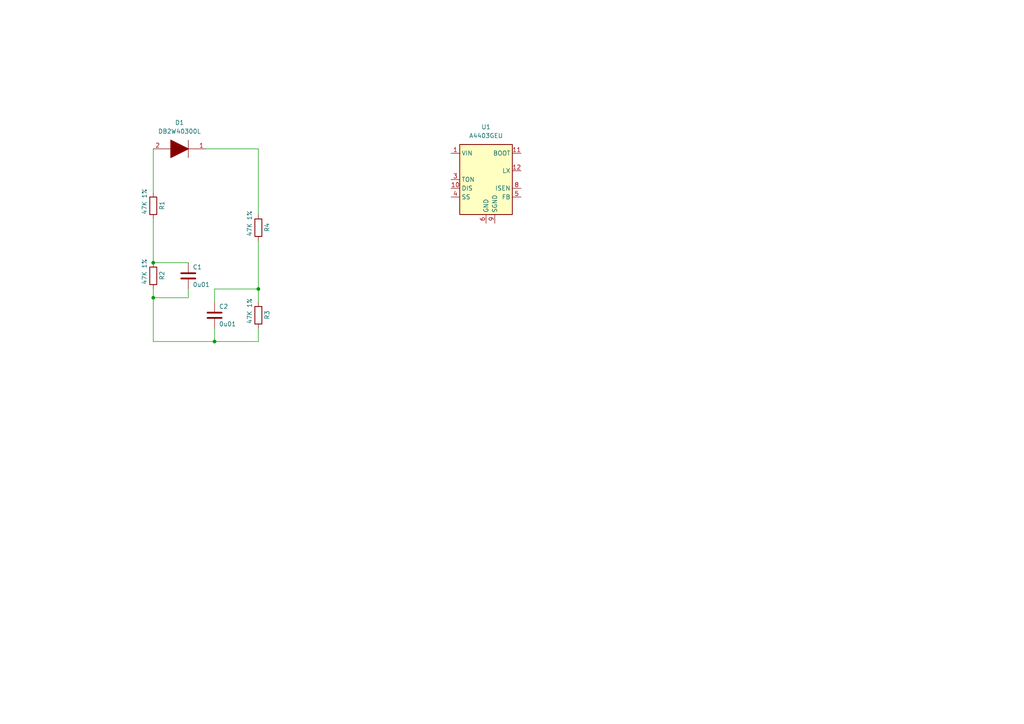
<source format=kicad_sch>
(kicad_sch
	(version 20231120)
	(generator "eeschema")
	(generator_version "8.0")
	(uuid "69f69f96-853b-4ffd-a5fa-451754955896")
	(paper "A4")
	(lib_symbols
		(symbol "DB2W40300L:DB2W40300L"
			(pin_names
				(offset 0.762)
			)
			(exclude_from_sim no)
			(in_bom yes)
			(on_board yes)
			(property "Reference" "D"
				(at 11.43 5.08 0)
				(effects
					(font
						(size 1.27 1.27)
					)
					(justify left)
				)
			)
			(property "Value" "DB2W40300L"
				(at 11.43 2.54 0)
				(effects
					(font
						(size 1.27 1.27)
					)
					(justify left)
				)
			)
			(property "Footprint" "SODFL3516X85N"
				(at 11.43 0 0)
				(effects
					(font
						(size 1.27 1.27)
					)
					(justify left)
					(hide yes)
				)
			)
			(property "Datasheet" "https://componentsearchengine.com/Datasheets/1/DB2W40300L.pdf"
				(at 11.43 -2.54 0)
				(effects
					(font
						(size 1.27 1.27)
					)
					(justify left)
					(hide yes)
				)
			)
			(property "Description" "Panasonic DB2W40300L, SMT Schottky Diode, 40V 3A, 15ns, 2-Pin Mini2-F3-AB"
				(at 0 0 0)
				(effects
					(font
						(size 1.27 1.27)
					)
					(hide yes)
				)
			)
			(property "Description_1" "Panasonic DB2W40300L, SMT Schottky Diode, 40V 3A, 15ns, 2-Pin Mini2-F3-AB"
				(at 11.43 -5.08 0)
				(effects
					(font
						(size 1.27 1.27)
					)
					(justify left)
					(hide yes)
				)
			)
			(property "Height" "0.85"
				(at 11.43 -7.62 0)
				(effects
					(font
						(size 1.27 1.27)
					)
					(justify left)
					(hide yes)
				)
			)
			(property "Mouser Part Number" "667-DB2W40300L"
				(at 11.43 -10.16 0)
				(effects
					(font
						(size 1.27 1.27)
					)
					(justify left)
					(hide yes)
				)
			)
			(property "Mouser Price/Stock" "https://www.mouser.com/Search/Refine.aspx?Keyword=667-DB2W40300L"
				(at 11.43 -12.7 0)
				(effects
					(font
						(size 1.27 1.27)
					)
					(justify left)
					(hide yes)
				)
			)
			(property "Manufacturer_Name" "Panasonic"
				(at 11.43 -15.24 0)
				(effects
					(font
						(size 1.27 1.27)
					)
					(justify left)
					(hide yes)
				)
			)
			(property "Manufacturer_Part_Number" "DB2W40300L"
				(at 11.43 -17.78 0)
				(effects
					(font
						(size 1.27 1.27)
					)
					(justify left)
					(hide yes)
				)
			)
			(symbol "DB2W40300L_0_0"
				(pin passive line
					(at 0 0 0)
					(length 2.54)
					(name "~"
						(effects
							(font
								(size 1.27 1.27)
							)
						)
					)
					(number "1"
						(effects
							(font
								(size 1.27 1.27)
							)
						)
					)
				)
				(pin passive line
					(at 15.24 0 180)
					(length 2.54)
					(name "~"
						(effects
							(font
								(size 1.27 1.27)
							)
						)
					)
					(number "2"
						(effects
							(font
								(size 1.27 1.27)
							)
						)
					)
				)
			)
			(symbol "DB2W40300L_0_1"
				(polyline
					(pts
						(xy 2.54 0) (xy 5.08 0)
					)
					(stroke
						(width 0.1524)
						(type solid)
					)
					(fill
						(type none)
					)
				)
				(polyline
					(pts
						(xy 5.08 2.54) (xy 5.08 -2.54)
					)
					(stroke
						(width 0.1524)
						(type solid)
					)
					(fill
						(type none)
					)
				)
				(polyline
					(pts
						(xy 10.16 0) (xy 12.7 0)
					)
					(stroke
						(width 0.1524)
						(type solid)
					)
					(fill
						(type none)
					)
				)
				(polyline
					(pts
						(xy 5.08 0) (xy 10.16 2.54) (xy 10.16 -2.54) (xy 5.08 0)
					)
					(stroke
						(width 0.254)
						(type solid)
					)
					(fill
						(type outline)
					)
				)
			)
		)
		(symbol "Device:C"
			(pin_numbers hide)
			(pin_names
				(offset 0.254)
			)
			(exclude_from_sim no)
			(in_bom yes)
			(on_board yes)
			(property "Reference" "C"
				(at 0.635 2.54 0)
				(effects
					(font
						(size 1.27 1.27)
					)
					(justify left)
				)
			)
			(property "Value" "C"
				(at 0.635 -2.54 0)
				(effects
					(font
						(size 1.27 1.27)
					)
					(justify left)
				)
			)
			(property "Footprint" ""
				(at 0.9652 -3.81 0)
				(effects
					(font
						(size 1.27 1.27)
					)
					(hide yes)
				)
			)
			(property "Datasheet" "~"
				(at 0 0 0)
				(effects
					(font
						(size 1.27 1.27)
					)
					(hide yes)
				)
			)
			(property "Description" "Unpolarized capacitor"
				(at 0 0 0)
				(effects
					(font
						(size 1.27 1.27)
					)
					(hide yes)
				)
			)
			(property "ki_keywords" "cap capacitor"
				(at 0 0 0)
				(effects
					(font
						(size 1.27 1.27)
					)
					(hide yes)
				)
			)
			(property "ki_fp_filters" "C_*"
				(at 0 0 0)
				(effects
					(font
						(size 1.27 1.27)
					)
					(hide yes)
				)
			)
			(symbol "C_0_1"
				(polyline
					(pts
						(xy -2.032 -0.762) (xy 2.032 -0.762)
					)
					(stroke
						(width 0.508)
						(type default)
					)
					(fill
						(type none)
					)
				)
				(polyline
					(pts
						(xy -2.032 0.762) (xy 2.032 0.762)
					)
					(stroke
						(width 0.508)
						(type default)
					)
					(fill
						(type none)
					)
				)
			)
			(symbol "C_1_1"
				(pin passive line
					(at 0 3.81 270)
					(length 2.794)
					(name "~"
						(effects
							(font
								(size 1.27 1.27)
							)
						)
					)
					(number "1"
						(effects
							(font
								(size 1.27 1.27)
							)
						)
					)
				)
				(pin passive line
					(at 0 -3.81 90)
					(length 2.794)
					(name "~"
						(effects
							(font
								(size 1.27 1.27)
							)
						)
					)
					(number "2"
						(effects
							(font
								(size 1.27 1.27)
							)
						)
					)
				)
			)
		)
		(symbol "Device:R"
			(pin_numbers hide)
			(pin_names
				(offset 0)
			)
			(exclude_from_sim no)
			(in_bom yes)
			(on_board yes)
			(property "Reference" "R"
				(at 2.032 0 90)
				(effects
					(font
						(size 1.27 1.27)
					)
				)
			)
			(property "Value" "R"
				(at 0 0 90)
				(effects
					(font
						(size 1.27 1.27)
					)
				)
			)
			(property "Footprint" ""
				(at -1.778 0 90)
				(effects
					(font
						(size 1.27 1.27)
					)
					(hide yes)
				)
			)
			(property "Datasheet" "~"
				(at 0 0 0)
				(effects
					(font
						(size 1.27 1.27)
					)
					(hide yes)
				)
			)
			(property "Description" "Resistor"
				(at 0 0 0)
				(effects
					(font
						(size 1.27 1.27)
					)
					(hide yes)
				)
			)
			(property "ki_keywords" "R res resistor"
				(at 0 0 0)
				(effects
					(font
						(size 1.27 1.27)
					)
					(hide yes)
				)
			)
			(property "ki_fp_filters" "R_*"
				(at 0 0 0)
				(effects
					(font
						(size 1.27 1.27)
					)
					(hide yes)
				)
			)
			(symbol "R_0_1"
				(rectangle
					(start -1.016 -2.54)
					(end 1.016 2.54)
					(stroke
						(width 0.254)
						(type default)
					)
					(fill
						(type none)
					)
				)
			)
			(symbol "R_1_1"
				(pin passive line
					(at 0 3.81 270)
					(length 1.27)
					(name "~"
						(effects
							(font
								(size 1.27 1.27)
							)
						)
					)
					(number "1"
						(effects
							(font
								(size 1.27 1.27)
							)
						)
					)
				)
				(pin passive line
					(at 0 -3.81 90)
					(length 1.27)
					(name "~"
						(effects
							(font
								(size 1.27 1.27)
							)
						)
					)
					(number "2"
						(effects
							(font
								(size 1.27 1.27)
							)
						)
					)
				)
			)
		)
		(symbol "Regulator_Switching:A4403GEU"
			(exclude_from_sim no)
			(in_bom yes)
			(on_board yes)
			(property "Reference" "U"
				(at -6.35 11.43 0)
				(effects
					(font
						(size 1.27 1.27)
					)
				)
			)
			(property "Value" "A4403GEU"
				(at -2.54 11.43 0)
				(effects
					(font
						(size 1.27 1.27)
					)
					(justify left)
				)
			)
			(property "Footprint" "Package_DFN_QFN:QFN-16-1EP_4x4mm_P0.65mm_EP2.7x2.7mm"
				(at 0 -20.32 0)
				(effects
					(font
						(size 1.27 1.27)
					)
					(hide yes)
				)
			)
			(property "Datasheet" "https://www.allegromicro.com/~/media/Files/Datasheets/A4403-Datasheet.ashx"
				(at -6.35 11.43 0)
				(effects
					(font
						(size 1.27 1.27)
					)
					(hide yes)
				)
			)
			(property "Description" "Valley current mode buck converter, 46V, 3A, up to 2MHz, QFN-16"
				(at 0 0 0)
				(effects
					(font
						(size 1.27 1.27)
					)
					(hide yes)
				)
			)
			(property "ki_keywords" "buck regulator adjustable"
				(at 0 0 0)
				(effects
					(font
						(size 1.27 1.27)
					)
					(hide yes)
				)
			)
			(property "ki_fp_filters" "QFN*1EP*4x4mm*P0.65mm*EP2.7x2.7mm*"
				(at 0 0 0)
				(effects
					(font
						(size 1.27 1.27)
					)
					(hide yes)
				)
			)
			(symbol "A4403GEU_0_1"
				(rectangle
					(start -7.62 10.16)
					(end 7.62 -10.16)
					(stroke
						(width 0.254)
						(type default)
					)
					(fill
						(type background)
					)
				)
			)
			(symbol "A4403GEU_1_1"
				(pin power_in line
					(at -10.16 7.62 0)
					(length 2.54)
					(name "VIN"
						(effects
							(font
								(size 1.27 1.27)
							)
						)
					)
					(number "1"
						(effects
							(font
								(size 1.27 1.27)
							)
						)
					)
				)
				(pin input line
					(at -10.16 -2.54 0)
					(length 2.54)
					(name "DIS"
						(effects
							(font
								(size 1.27 1.27)
							)
						)
					)
					(number "10"
						(effects
							(font
								(size 1.27 1.27)
							)
						)
					)
				)
				(pin passive line
					(at 10.16 7.62 180)
					(length 2.54)
					(name "BOOT"
						(effects
							(font
								(size 1.27 1.27)
							)
						)
					)
					(number "11"
						(effects
							(font
								(size 1.27 1.27)
							)
						)
					)
				)
				(pin passive line
					(at 10.16 2.54 180)
					(length 2.54)
					(name "LX"
						(effects
							(font
								(size 1.27 1.27)
							)
						)
					)
					(number "12"
						(effects
							(font
								(size 1.27 1.27)
							)
						)
					)
				)
				(pin passive line
					(at 0 -12.7 90)
					(length 2.54) hide
					(name "GND"
						(effects
							(font
								(size 1.27 1.27)
							)
						)
					)
					(number "13"
						(effects
							(font
								(size 1.27 1.27)
							)
						)
					)
				)
				(pin passive line
					(at 0 -12.7 90)
					(length 2.54) hide
					(name "GND"
						(effects
							(font
								(size 1.27 1.27)
							)
						)
					)
					(number "14"
						(effects
							(font
								(size 1.27 1.27)
							)
						)
					)
				)
				(pin passive line
					(at 0 -12.7 90)
					(length 2.54) hide
					(name "GND"
						(effects
							(font
								(size 1.27 1.27)
							)
						)
					)
					(number "15"
						(effects
							(font
								(size 1.27 1.27)
							)
						)
					)
				)
				(pin passive line
					(at 0 -12.7 90)
					(length 2.54) hide
					(name "GND"
						(effects
							(font
								(size 1.27 1.27)
							)
						)
					)
					(number "16"
						(effects
							(font
								(size 1.27 1.27)
							)
						)
					)
				)
				(pin passive line
					(at 0 -12.7 90)
					(length 2.54) hide
					(name "GND"
						(effects
							(font
								(size 1.27 1.27)
							)
						)
					)
					(number "17"
						(effects
							(font
								(size 1.27 1.27)
							)
						)
					)
				)
				(pin passive line
					(at 0 -12.7 90)
					(length 2.54) hide
					(name "GND"
						(effects
							(font
								(size 1.27 1.27)
							)
						)
					)
					(number "2"
						(effects
							(font
								(size 1.27 1.27)
							)
						)
					)
				)
				(pin passive line
					(at -10.16 0 0)
					(length 2.54)
					(name "TON"
						(effects
							(font
								(size 1.27 1.27)
							)
						)
					)
					(number "3"
						(effects
							(font
								(size 1.27 1.27)
							)
						)
					)
				)
				(pin passive line
					(at -10.16 -5.08 0)
					(length 2.54)
					(name "SS"
						(effects
							(font
								(size 1.27 1.27)
							)
						)
					)
					(number "4"
						(effects
							(font
								(size 1.27 1.27)
							)
						)
					)
				)
				(pin passive line
					(at 10.16 -5.08 180)
					(length 2.54)
					(name "FB"
						(effects
							(font
								(size 1.27 1.27)
							)
						)
					)
					(number "5"
						(effects
							(font
								(size 1.27 1.27)
							)
						)
					)
				)
				(pin power_in line
					(at 0 -12.7 90)
					(length 2.54)
					(name "GND"
						(effects
							(font
								(size 1.27 1.27)
							)
						)
					)
					(number "6"
						(effects
							(font
								(size 1.27 1.27)
							)
						)
					)
				)
				(pin passive line
					(at 0 -12.7 90)
					(length 2.54) hide
					(name "GND"
						(effects
							(font
								(size 1.27 1.27)
							)
						)
					)
					(number "7"
						(effects
							(font
								(size 1.27 1.27)
							)
						)
					)
				)
				(pin passive line
					(at 10.16 -2.54 180)
					(length 2.54)
					(name "ISEN"
						(effects
							(font
								(size 1.27 1.27)
							)
						)
					)
					(number "8"
						(effects
							(font
								(size 1.27 1.27)
							)
						)
					)
				)
				(pin passive line
					(at 2.54 -12.7 90)
					(length 2.54)
					(name "SGND"
						(effects
							(font
								(size 1.27 1.27)
							)
						)
					)
					(number "9"
						(effects
							(font
								(size 1.27 1.27)
							)
						)
					)
				)
			)
		)
	)
	(junction
		(at 74.93 83.82)
		(diameter 0)
		(color 0 0 0 0)
		(uuid "4a0a7eb3-3424-4c8f-878e-02e39e84d6d8")
	)
	(junction
		(at 44.45 86.36)
		(diameter 0)
		(color 0 0 0 0)
		(uuid "4a64c8ee-4a6e-4936-9f40-492e59994de8")
	)
	(junction
		(at 62.23 99.06)
		(diameter 0)
		(color 0 0 0 0)
		(uuid "57d94042-3494-42c9-b031-220404414123")
	)
	(junction
		(at 44.45 76.2)
		(diameter 0)
		(color 0 0 0 0)
		(uuid "dae6e651-8e4a-434a-bfa6-4368bc15d6b6")
	)
	(wire
		(pts
			(xy 74.93 69.85) (xy 74.93 83.82)
		)
		(stroke
			(width 0)
			(type default)
		)
		(uuid "01a4b054-b4ab-4667-9199-3926e7b93802")
	)
	(wire
		(pts
			(xy 44.45 63.5) (xy 44.45 76.2)
		)
		(stroke
			(width 0)
			(type default)
		)
		(uuid "105e64aa-3150-4273-a0ac-1e1183f60cf0")
	)
	(wire
		(pts
			(xy 74.93 43.18) (xy 59.69 43.18)
		)
		(stroke
			(width 0)
			(type default)
		)
		(uuid "4e99e9a3-8940-4261-bfe3-8280deda9df7")
	)
	(wire
		(pts
			(xy 44.45 99.06) (xy 44.45 86.36)
		)
		(stroke
			(width 0)
			(type default)
		)
		(uuid "52abcc86-6554-46e0-8ae9-b25d2c2c8d41")
	)
	(wire
		(pts
			(xy 74.93 99.06) (xy 62.23 99.06)
		)
		(stroke
			(width 0)
			(type default)
		)
		(uuid "54e8e306-4f0e-4643-b323-692cd8162cd8")
	)
	(wire
		(pts
			(xy 62.23 87.63) (xy 62.23 83.82)
		)
		(stroke
			(width 0)
			(type default)
		)
		(uuid "6a8e8e4c-94ff-448d-9662-cf966011b2f3")
	)
	(wire
		(pts
			(xy 62.23 99.06) (xy 62.23 95.25)
		)
		(stroke
			(width 0)
			(type default)
		)
		(uuid "6ad95886-4125-4bd5-83ec-07e13abfd455")
	)
	(wire
		(pts
			(xy 44.45 76.2) (xy 54.61 76.2)
		)
		(stroke
			(width 0)
			(type default)
		)
		(uuid "6ef3f9fc-f4b3-438f-89b3-9380a36cceec")
	)
	(wire
		(pts
			(xy 54.61 83.82) (xy 54.61 86.36)
		)
		(stroke
			(width 0)
			(type default)
		)
		(uuid "7a71bef3-1818-41c8-b715-97bd3fb4d3ad")
	)
	(wire
		(pts
			(xy 74.93 62.23) (xy 74.93 43.18)
		)
		(stroke
			(width 0)
			(type default)
		)
		(uuid "a310ae16-1adc-4ad6-af32-d8b4a429cfae")
	)
	(wire
		(pts
			(xy 54.61 86.36) (xy 44.45 86.36)
		)
		(stroke
			(width 0)
			(type default)
		)
		(uuid "a4a9e62e-5816-4c78-b4b5-41de4e5c2824")
	)
	(wire
		(pts
			(xy 44.45 43.18) (xy 44.45 55.88)
		)
		(stroke
			(width 0)
			(type default)
		)
		(uuid "bfb1f2f0-ac20-49a9-bc6a-e01da9af14f4")
	)
	(wire
		(pts
			(xy 74.93 95.25) (xy 74.93 99.06)
		)
		(stroke
			(width 0)
			(type default)
		)
		(uuid "c55d1d24-2244-4cae-a6ef-198bd7da389f")
	)
	(wire
		(pts
			(xy 62.23 83.82) (xy 74.93 83.82)
		)
		(stroke
			(width 0)
			(type default)
		)
		(uuid "cbcb3849-e4e9-4b99-a626-1703852cb97d")
	)
	(wire
		(pts
			(xy 44.45 86.36) (xy 44.45 83.82)
		)
		(stroke
			(width 0)
			(type default)
		)
		(uuid "de1d87dc-b2f7-40b8-b08a-2ca2f5464afc")
	)
	(wire
		(pts
			(xy 74.93 83.82) (xy 74.93 87.63)
		)
		(stroke
			(width 0)
			(type default)
		)
		(uuid "f74721e0-06b4-485b-b47d-b9e81afe6a87")
	)
	(wire
		(pts
			(xy 62.23 99.06) (xy 44.45 99.06)
		)
		(stroke
			(width 0)
			(type default)
		)
		(uuid "fc5b8ddf-1b2f-4211-82d1-0a212cacb06b")
	)
	(symbol
		(lib_id "Device:C")
		(at 62.23 91.44 0)
		(unit 1)
		(exclude_from_sim no)
		(in_bom yes)
		(on_board yes)
		(dnp no)
		(uuid "20e35895-5d6f-4bd4-874e-3cc693e7a620")
		(property "Reference" "C2"
			(at 63.5 88.9 0)
			(effects
				(font
					(size 1.27 1.27)
				)
				(justify left)
			)
		)
		(property "Value" "0u01"
			(at 63.5 93.98 0)
			(effects
				(font
					(size 1.27 1.27)
				)
				(justify left)
			)
		)
		(property "Footprint" "Capacitor_SMD:C_0805_2012Metric"
			(at 63.1952 95.25 0)
			(effects
				(font
					(size 1.27 1.27)
				)
				(hide yes)
			)
		)
		(property "Datasheet" "~"
			(at 62.23 91.44 0)
			(effects
				(font
					(size 1.27 1.27)
				)
				(hide yes)
			)
		)
		(property "Description" "Unpolarized capacitor"
			(at 62.23 91.44 0)
			(effects
				(font
					(size 1.27 1.27)
				)
				(hide yes)
			)
		)
		(pin "1"
			(uuid "65a8d055-cf5b-4b74-baf6-65b8bf614421")
		)
		(pin "2"
			(uuid "e085aa74-42d3-488e-ab60-f407f2e50b77")
		)
		(instances
			(project "IOD_2_V2"
				(path "/a81fbf71-f5f1-4611-8c1f-e220cd1bf266/7e8d13e1-a062-4039-b7f3-72f7556e5bca"
					(reference "C2")
					(unit 1)
				)
			)
		)
	)
	(symbol
		(lib_id "Device:C")
		(at 54.61 80.01 0)
		(unit 1)
		(exclude_from_sim no)
		(in_bom yes)
		(on_board yes)
		(dnp no)
		(uuid "3491c10b-e345-437e-aa17-ff5e6bc87aba")
		(property "Reference" "C1"
			(at 55.88 77.47 0)
			(effects
				(font
					(size 1.27 1.27)
				)
				(justify left)
			)
		)
		(property "Value" "0u01"
			(at 55.88 82.55 0)
			(effects
				(font
					(size 1.27 1.27)
				)
				(justify left)
			)
		)
		(property "Footprint" "Capacitor_SMD:C_0805_2012Metric"
			(at 55.5752 83.82 0)
			(effects
				(font
					(size 1.27 1.27)
				)
				(hide yes)
			)
		)
		(property "Datasheet" "~"
			(at 54.61 80.01 0)
			(effects
				(font
					(size 1.27 1.27)
				)
				(hide yes)
			)
		)
		(property "Description" "Unpolarized capacitor"
			(at 54.61 80.01 0)
			(effects
				(font
					(size 1.27 1.27)
				)
				(hide yes)
			)
		)
		(pin "1"
			(uuid "a4af129b-7216-442b-a219-0f6d720a13fd")
		)
		(pin "2"
			(uuid "272fb90a-c4df-48d9-8b02-79770fe57938")
		)
		(instances
			(project ""
				(path "/a81fbf71-f5f1-4611-8c1f-e220cd1bf266/7e8d13e1-a062-4039-b7f3-72f7556e5bca"
					(reference "C1")
					(unit 1)
				)
			)
		)
	)
	(symbol
		(lib_id "DB2W40300L:DB2W40300L")
		(at 59.69 43.18 180)
		(unit 1)
		(exclude_from_sim no)
		(in_bom yes)
		(on_board yes)
		(dnp no)
		(fields_autoplaced yes)
		(uuid "39d6bb44-6a41-422c-8bec-10840fed9937")
		(property "Reference" "D1"
			(at 52.07 35.56 0)
			(effects
				(font
					(size 1.27 1.27)
				)
			)
		)
		(property "Value" "DB2W40300L"
			(at 52.07 38.1 0)
			(effects
				(font
					(size 1.27 1.27)
				)
			)
		)
		(property "Footprint" "SODFL3516X85N"
			(at 48.26 43.18 0)
			(effects
				(font
					(size 1.27 1.27)
				)
				(justify left)
				(hide yes)
			)
		)
		(property "Datasheet" "https://componentsearchengine.com/Datasheets/1/DB2W40300L.pdf"
			(at 48.26 40.64 0)
			(effects
				(font
					(size 1.27 1.27)
				)
				(justify left)
				(hide yes)
			)
		)
		(property "Description" "Panasonic DB2W40300L, SMT Schottky Diode, 40V 3A, 15ns, 2-Pin Mini2-F3-AB"
			(at 59.69 43.18 0)
			(effects
				(font
					(size 1.27 1.27)
				)
				(hide yes)
			)
		)
		(property "Description_1" "Panasonic DB2W40300L, SMT Schottky Diode, 40V 3A, 15ns, 2-Pin Mini2-F3-AB"
			(at 48.26 38.1 0)
			(effects
				(font
					(size 1.27 1.27)
				)
				(justify left)
				(hide yes)
			)
		)
		(property "Height" "0.85"
			(at 48.26 35.56 0)
			(effects
				(font
					(size 1.27 1.27)
				)
				(justify left)
				(hide yes)
			)
		)
		(property "Mouser Part Number" "667-DB2W40300L"
			(at 48.26 33.02 0)
			(effects
				(font
					(size 1.27 1.27)
				)
				(justify left)
				(hide yes)
			)
		)
		(property "Mouser Price/Stock" "https://www.mouser.com/Search/Refine.aspx?Keyword=667-DB2W40300L"
			(at 48.26 30.48 0)
			(effects
				(font
					(size 1.27 1.27)
				)
				(justify left)
				(hide yes)
			)
		)
		(property "Manufacturer_Name" "Panasonic"
			(at 48.26 27.94 0)
			(effects
				(font
					(size 1.27 1.27)
				)
				(justify left)
				(hide yes)
			)
		)
		(property "Manufacturer_Part_Number" "DB2W40300L"
			(at 48.26 25.4 0)
			(effects
				(font
					(size 1.27 1.27)
				)
				(justify left)
				(hide yes)
			)
		)
		(pin "1"
			(uuid "264d09c6-5339-4070-a861-fa2038f32eca")
		)
		(pin "2"
			(uuid "f5b9b292-ae8b-4775-ae32-02e094a32e00")
		)
		(instances
			(project ""
				(path "/a81fbf71-f5f1-4611-8c1f-e220cd1bf266/7e8d13e1-a062-4039-b7f3-72f7556e5bca"
					(reference "D1")
					(unit 1)
				)
			)
		)
	)
	(symbol
		(lib_id "Device:R")
		(at 44.45 59.69 0)
		(unit 1)
		(exclude_from_sim no)
		(in_bom yes)
		(on_board yes)
		(dnp no)
		(uuid "43bec6e7-f603-4ca8-a643-812262830691")
		(property "Reference" "R1"
			(at 46.99 60.96 90)
			(effects
				(font
					(size 1.27 1.27)
				)
				(justify left)
			)
		)
		(property "Value" "47K 1%"
			(at 41.91 62.23 90)
			(effects
				(font
					(size 1.27 1.27)
				)
				(justify left)
			)
		)
		(property "Footprint" "Resistor_SMD:R_0805_2012Metric"
			(at 42.672 59.69 90)
			(effects
				(font
					(size 1.27 1.27)
				)
				(hide yes)
			)
		)
		(property "Datasheet" "~"
			(at 44.45 59.69 0)
			(effects
				(font
					(size 1.27 1.27)
				)
				(hide yes)
			)
		)
		(property "Description" "Resistor"
			(at 44.45 59.69 0)
			(effects
				(font
					(size 1.27 1.27)
				)
				(hide yes)
			)
		)
		(pin "1"
			(uuid "d7d0ad49-8ff7-456c-abbb-48a4fa7016c2")
		)
		(pin "2"
			(uuid "6cbf07c4-d142-4b1b-955d-f4216c64ea8c")
		)
		(instances
			(project ""
				(path "/a81fbf71-f5f1-4611-8c1f-e220cd1bf266/7e8d13e1-a062-4039-b7f3-72f7556e5bca"
					(reference "R1")
					(unit 1)
				)
			)
		)
	)
	(symbol
		(lib_id "Device:R")
		(at 74.93 66.04 0)
		(unit 1)
		(exclude_from_sim no)
		(in_bom yes)
		(on_board yes)
		(dnp no)
		(uuid "b1fe9a2c-b565-414c-9167-d1caf6b2f42b")
		(property "Reference" "R4"
			(at 77.47 67.31 90)
			(effects
				(font
					(size 1.27 1.27)
				)
				(justify left)
			)
		)
		(property "Value" "47K 1%"
			(at 72.39 68.58 90)
			(effects
				(font
					(size 1.27 1.27)
				)
				(justify left)
			)
		)
		(property "Footprint" "Resistor_SMD:R_0805_2012Metric"
			(at 73.152 66.04 90)
			(effects
				(font
					(size 1.27 1.27)
				)
				(hide yes)
			)
		)
		(property "Datasheet" "~"
			(at 74.93 66.04 0)
			(effects
				(font
					(size 1.27 1.27)
				)
				(hide yes)
			)
		)
		(property "Description" "Resistor"
			(at 74.93 66.04 0)
			(effects
				(font
					(size 1.27 1.27)
				)
				(hide yes)
			)
		)
		(pin "1"
			(uuid "759867e2-8568-4bbb-8836-60766f8dac5b")
		)
		(pin "2"
			(uuid "6e5ecd9f-53c5-4a49-bc93-471f996a97e9")
		)
		(instances
			(project "IOD_2_V2"
				(path "/a81fbf71-f5f1-4611-8c1f-e220cd1bf266/7e8d13e1-a062-4039-b7f3-72f7556e5bca"
					(reference "R4")
					(unit 1)
				)
			)
		)
	)
	(symbol
		(lib_id "Device:R")
		(at 44.45 80.01 0)
		(unit 1)
		(exclude_from_sim no)
		(in_bom yes)
		(on_board yes)
		(dnp no)
		(uuid "db02ad76-fe0c-4c24-9550-9354cb008684")
		(property "Reference" "R2"
			(at 46.99 81.28 90)
			(effects
				(font
					(size 1.27 1.27)
				)
				(justify left)
			)
		)
		(property "Value" "47K 1%"
			(at 41.91 82.55 90)
			(effects
				(font
					(size 1.27 1.27)
				)
				(justify left)
			)
		)
		(property "Footprint" "Resistor_SMD:R_0805_2012Metric"
			(at 42.672 80.01 90)
			(effects
				(font
					(size 1.27 1.27)
				)
				(hide yes)
			)
		)
		(property "Datasheet" "~"
			(at 44.45 80.01 0)
			(effects
				(font
					(size 1.27 1.27)
				)
				(hide yes)
			)
		)
		(property "Description" "Resistor"
			(at 44.45 80.01 0)
			(effects
				(font
					(size 1.27 1.27)
				)
				(hide yes)
			)
		)
		(pin "1"
			(uuid "48c5bf95-f2db-473d-936e-c439a47eedd1")
		)
		(pin "2"
			(uuid "53d5a3a5-c6fc-4d37-b020-5e3e5ed1aa92")
		)
		(instances
			(project "IOD_2_V2"
				(path "/a81fbf71-f5f1-4611-8c1f-e220cd1bf266/7e8d13e1-a062-4039-b7f3-72f7556e5bca"
					(reference "R2")
					(unit 1)
				)
			)
		)
	)
	(symbol
		(lib_id "Device:R")
		(at 74.93 91.44 0)
		(unit 1)
		(exclude_from_sim no)
		(in_bom yes)
		(on_board yes)
		(dnp no)
		(uuid "e864f442-ee4a-4500-ba98-6abe3512063d")
		(property "Reference" "R3"
			(at 77.47 92.71 90)
			(effects
				(font
					(size 1.27 1.27)
				)
				(justify left)
			)
		)
		(property "Value" "47K 1%"
			(at 72.39 93.98 90)
			(effects
				(font
					(size 1.27 1.27)
				)
				(justify left)
			)
		)
		(property "Footprint" "Resistor_SMD:R_0805_2012Metric"
			(at 73.152 91.44 90)
			(effects
				(font
					(size 1.27 1.27)
				)
				(hide yes)
			)
		)
		(property "Datasheet" "~"
			(at 74.93 91.44 0)
			(effects
				(font
					(size 1.27 1.27)
				)
				(hide yes)
			)
		)
		(property "Description" "Resistor"
			(at 74.93 91.44 0)
			(effects
				(font
					(size 1.27 1.27)
				)
				(hide yes)
			)
		)
		(pin "1"
			(uuid "f9a9e054-e153-4b30-abe6-21eb6114c82d")
		)
		(pin "2"
			(uuid "1b16f966-510a-405a-92f8-a49351a9f4b3")
		)
		(instances
			(project "IOD_2_V2"
				(path "/a81fbf71-f5f1-4611-8c1f-e220cd1bf266/7e8d13e1-a062-4039-b7f3-72f7556e5bca"
					(reference "R3")
					(unit 1)
				)
			)
		)
	)
	(symbol
		(lib_id "Regulator_Switching:A4403GEU")
		(at 140.97 52.07 0)
		(unit 1)
		(exclude_from_sim no)
		(in_bom yes)
		(on_board yes)
		(dnp no)
		(fields_autoplaced yes)
		(uuid "f5e1856e-59f7-4e82-9acf-02079ef75928")
		(property "Reference" "U1"
			(at 140.97 36.83 0)
			(effects
				(font
					(size 1.27 1.27)
				)
			)
		)
		(property "Value" "A4403GEU"
			(at 140.97 39.37 0)
			(effects
				(font
					(size 1.27 1.27)
				)
			)
		)
		(property "Footprint" "Package_DFN_QFN:QFN-16-1EP_4x4mm_P0.65mm_EP2.7x2.7mm"
			(at 140.97 72.39 0)
			(effects
				(font
					(size 1.27 1.27)
				)
				(hide yes)
			)
		)
		(property "Datasheet" "https://www.allegromicro.com/~/media/Files/Datasheets/A4403-Datasheet.ashx"
			(at 134.62 40.64 0)
			(effects
				(font
					(size 1.27 1.27)
				)
				(hide yes)
			)
		)
		(property "Description" "Valley current mode buck converter, 46V, 3A, up to 2MHz, QFN-16"
			(at 140.97 52.07 0)
			(effects
				(font
					(size 1.27 1.27)
				)
				(hide yes)
			)
		)
		(pin "11"
			(uuid "5d2c78d8-f3d8-4266-94e7-ebb2ea278449")
		)
		(pin "6"
			(uuid "b3157559-29e6-42b1-87f8-adb0b749c15d")
		)
		(pin "2"
			(uuid "e329e4b4-a802-4ac0-8bd5-8e6db66d4b6e")
		)
		(pin "3"
			(uuid "2b5ac483-4414-499c-b7a6-dd6853ba7ce2")
		)
		(pin "10"
			(uuid "0dfe843a-6064-4137-8135-895ab1cc3c43")
		)
		(pin "1"
			(uuid "13c3c1d6-8c4e-48bb-b8d9-907fc14d7e7b")
		)
		(pin "5"
			(uuid "788ac2a2-b756-494b-9f0e-8f233b4908cb")
		)
		(pin "9"
			(uuid "4e945207-db71-4aa6-8008-9918618ef615")
		)
		(pin "12"
			(uuid "c219363e-fa28-4b1c-baa3-01f0e5dfe026")
		)
		(pin "15"
			(uuid "b9bee2ae-ea1a-4598-b4fe-aeb24feea7a1")
		)
		(pin "17"
			(uuid "36a730aa-f963-44e1-a103-a07ff31315e0")
		)
		(pin "16"
			(uuid "f793cb72-2984-4b57-802a-69dad8518278")
		)
		(pin "14"
			(uuid "19dde393-13bd-403f-9a7c-7c498bb776a8")
		)
		(pin "7"
			(uuid "62451142-e730-49fe-936d-08f56f729a5a")
		)
		(pin "4"
			(uuid "cb859b9c-d3c6-4fcd-a99b-f12e88a1e14f")
		)
		(pin "8"
			(uuid "72e39f06-62fc-4914-ad52-065aa1b6f452")
		)
		(pin "13"
			(uuid "8568a6ff-c693-4b5f-a85b-e4f10d2f43c0")
		)
		(instances
			(project ""
				(path "/a81fbf71-f5f1-4611-8c1f-e220cd1bf266/7e8d13e1-a062-4039-b7f3-72f7556e5bca"
					(reference "U1")
					(unit 1)
				)
			)
		)
	)
)

</source>
